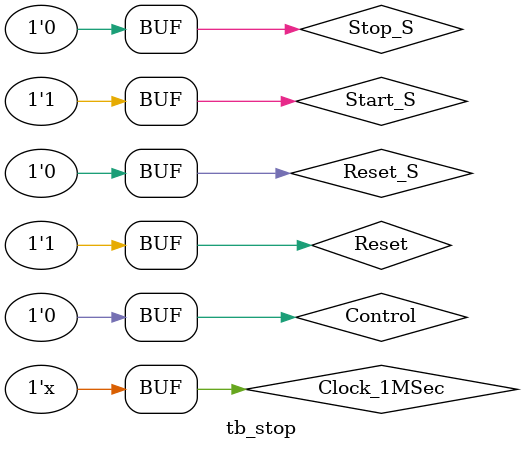
<source format=v>
`timescale 10us/1us
module tb_stop();
reg Clock_1MSec, Reset, Start_S, Stop_S, Reset_S,
Control;
wire[3:0] Hours_S;
wire[5:0] Mins_S, Secs_S;
wire[9:0] MSecs_S;

stop test(Clock_1MSec, Reset, Start_S, Stop_S, Reset_S,
Hours_S, Mins_S, Secs_S, MSecs_S, Control);
always #5 Clock_1MSec=~Clock_1MSec;
initial
begin
Clock_1MSec=1;
Reset=1;Start_S=0;Stop_S=0;Reset_S=0;Control=0;

#10 Reset=0;
#10 Reset=1;
#10 Start_S=1;
#10 Reset_S=1;
#20 Reset_S=0;
#10 Control=0;
#10 Start_S=0;
#30 Start_S=1;
#20 Stop_S=1;
#10 Start_S=0;
#10 Stop_S=0;
#10 Start_S=1;
#10 Start_S=0; Stop_S=1;
#10 Stop_S=0;
#10 Reset_S=1;
#10 Reset_S=0; Start_S=1;
#100 Control=0;
#1000 Start_S=0;
#100 Start_S=1;
#100 Stop_S=1;
#100 Start_S=0;
#100 Stop_S=0;
#100 Start_S=1;
#100 Stop_S=1;
#100 Start_S=0;
#100 Stop_S=0;
#10 Reset_S=1;
#10 Reset_S=0;
#20 Start_S=1;

end
endmodule
</source>
